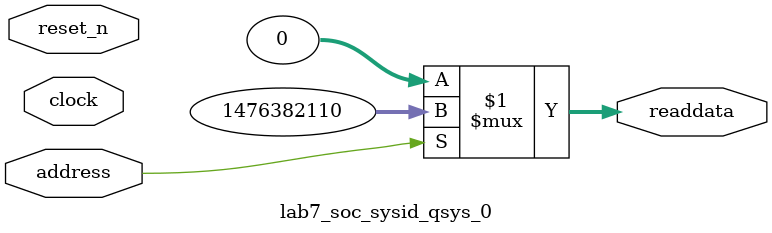
<source format=v>

`timescale 1ns / 1ps
// synthesis translate_on

// turn off superfluous verilog processor warnings 
// altera message_level Level1 
// altera message_off 10034 10035 10036 10037 10230 10240 10030 

module lab7_soc_sysid_qsys_0 (
               // inputs:
                address,
                clock,
                reset_n,

               // outputs:
                readdata
             )
;

  output  [ 31: 0] readdata;
  input            address;
  input            clock;
  input            reset_n;

  wire    [ 31: 0] readdata;
  //control_slave, which is an e_avalon_slave
  assign readdata = address ? 1476382110 : 0;

endmodule




</source>
